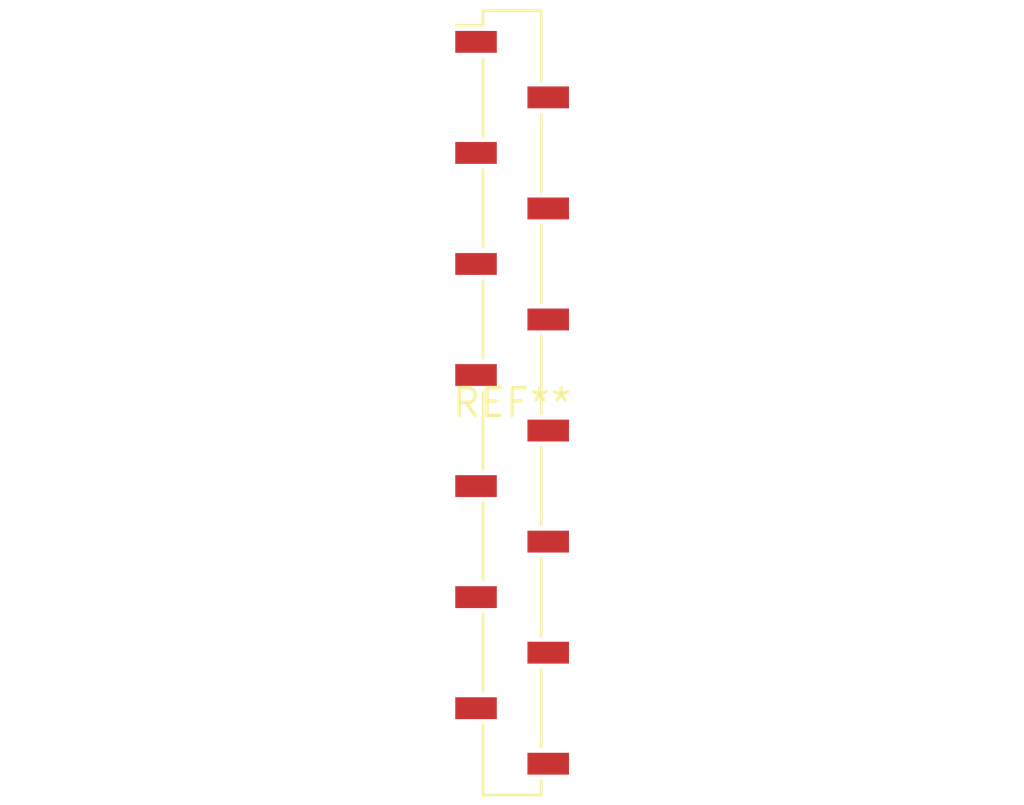
<source format=kicad_pcb>
(kicad_pcb (version 20240108) (generator pcbnew)
  (layers (0 "F.Cu" signal) (31 "B.Cu" signal) (34 "B.Paste" user) (35 "F.Paste" user) (36 "B.SilkS" user "B.Silkscreen") (37 "F.SilkS" user "F.Silkscreen") (38 "B.Mask" user) (39 "F.Mask" user) (44 "Edge.Cuts" user))
  (net 0 "")
  (footprint "PinSocket_1x14_P2.54mm_Vertical_SMD_Pin1Left" (layer "F.Cu") (at 0 0)
    (property "Reference" "REF**")
    (property "Value" "PinSocket_1x14_P2.54mm_Vertical_SMD_Pin1Left")
    (fp_line (start -2.54 -17.27) (end -1.33 -17.27) (layer "F.SilkS") (stroke (width 0.12)))
    (fp_line (start -1.33 -17.94) (end -1.33 -17.27) (layer "F.SilkS") (stroke (width 0.12)))
    (fp_line (start -1.33 -17.94) (end 1.33 -17.94) (layer "F.SilkS") (stroke (width 0.12)))
    (fp_line (start -1.33 -15.75) (end -1.33 -12.19) (layer "F.SilkS") (stroke (width 0.12)))
    (fp_line (start -1.33 -10.67) (end -1.33 -7.11) (layer "F.SilkS") (stroke (width 0.12)))
    (fp_line (start -1.33 -5.59) (end -1.33 -2.03) (layer "F.SilkS") (stroke (width 0.12)))
    (fp_line (start -1.33 -0.51) (end -1.33 3.05) (layer "F.SilkS") (stroke (width 0.12)))
    (fp_line (start -1.33 4.57) (end -1.33 8.13) (layer "F.SilkS") (stroke (width 0.12)))
    (fp_line (start -1.33 9.65) (end -1.33 13.21) (layer "F.SilkS") (stroke (width 0.12)))
    (fp_line (start -1.33 14.73) (end -1.33 17.94) (layer "F.SilkS") (stroke (width 0.12)))
    (fp_line (start -1.33 17.94) (end 1.33 17.94) (layer "F.SilkS") (stroke (width 0.12)))
    (fp_line (start 1.33 -17.94) (end 1.33 -14.73) (layer "F.SilkS") (stroke (width 0.12)))
    (fp_line (start 1.33 -13.21) (end 1.33 -9.65) (layer "F.SilkS") (stroke (width 0.12)))
    (fp_line (start 1.33 -8.13) (end 1.33 -4.57) (layer "F.SilkS") (stroke (width 0.12)))
    (fp_line (start 1.33 -3.05) (end 1.33 0.51) (layer "F.SilkS") (stroke (width 0.12)))
    (fp_line (start 1.33 2.03) (end 1.33 5.59) (layer "F.SilkS") (stroke (width 0.12)))
    (fp_line (start 1.33 7.11) (end 1.33 10.67) (layer "F.SilkS") (stroke (width 0.12)))
    (fp_line (start 1.33 12.19) (end 1.33 15.75) (layer "F.SilkS") (stroke (width 0.12)))
    (fp_line (start 1.33 17.27) (end 1.33 17.94) (layer "F.SilkS") (stroke (width 0.12)))
    (pad "1" smd rect (at -1.65 -16.51) (size 1.9 1) (layers "F.Cu" "F.Paste" "F.Mask"))
    (pad "2" smd rect (at 1.65 -13.97) (size 1.9 1) (layers "F.Cu" "F.Paste" "F.Mask"))
    (pad "3" smd rect (at -1.65 -11.43) (size 1.9 1) (layers "F.Cu" "F.Paste" "F.Mask"))
    (pad "4" smd rect (at 1.65 -8.89) (size 1.9 1) (layers "F.Cu" "F.Paste" "F.Mask"))
    (pad "5" smd rect (at -1.65 -6.35) (size 1.9 1) (layers "F.Cu" "F.Paste" "F.Mask"))
    (pad "6" smd rect (at 1.65 -3.81) (size 1.9 1) (layers "F.Cu" "F.Paste" "F.Mask"))
    (pad "7" smd rect (at -1.65 -1.27) (size 1.9 1) (layers "F.Cu" "F.Paste" "F.Mask"))
    (pad "8" smd rect (at 1.65 1.27) (size 1.9 1) (layers "F.Cu" "F.Paste" "F.Mask"))
    (pad "9" smd rect (at -1.65 3.81) (size 1.9 1) (layers "F.Cu" "F.Paste" "F.Mask"))
    (pad "10" smd rect (at 1.65 6.35) (size 1.9 1) (layers "F.Cu" "F.Paste" "F.Mask"))
    (pad "11" smd rect (at -1.65 8.89) (size 1.9 1) (layers "F.Cu" "F.Paste" "F.Mask"))
    (pad "12" smd rect (at 1.65 11.43) (size 1.9 1) (layers "F.Cu" "F.Paste" "F.Mask"))
    (pad "13" smd rect (at -1.65 13.97) (size 1.9 1) (layers "F.Cu" "F.Paste" "F.Mask"))
    (pad "14" smd rect (at 1.65 16.51) (size 1.9 1) (layers "F.Cu" "F.Paste" "F.Mask"))
  )
)
</source>
